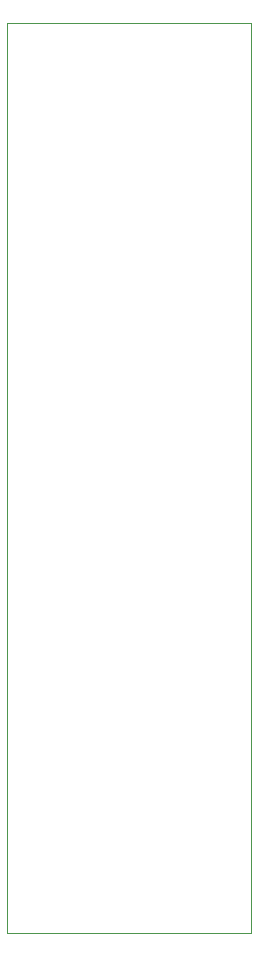
<source format=gbr>
%TF.GenerationSoftware,KiCad,Pcbnew,(7.0.0)*%
%TF.CreationDate,2023-04-25T10:25:48+02:00*%
%TF.ProjectId,main_v0.6,6d61696e-5f76-4302-9e36-2e6b69636164,rev?*%
%TF.SameCoordinates,Original*%
%TF.FileFunction,Paste,Bot*%
%TF.FilePolarity,Positive*%
%FSLAX46Y46*%
G04 Gerber Fmt 4.6, Leading zero omitted, Abs format (unit mm)*
G04 Created by KiCad (PCBNEW (7.0.0)) date 2023-04-25 10:25:48*
%MOMM*%
%LPD*%
G01*
G04 APERTURE LIST*
%ADD10C,0.120000*%
G04 APERTURE END LIST*
D10*
%TO.C,BT1*%
X167704000Y-127718000D02*
X167704000Y-50618000D01*
X188404000Y-127718000D02*
X167704000Y-127718000D01*
X167704000Y-50618000D02*
X188404000Y-50618000D01*
X188404000Y-50618000D02*
X188404000Y-127718000D01*
%TD*%
M02*

</source>
